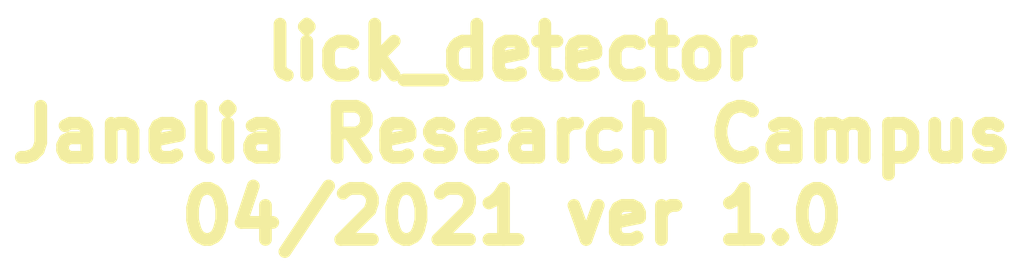
<source format=kicad_pcb>
(kicad_pcb (version 20171130) (host pcbnew 5.1.6)

  (general
    (thickness 1.6)
    (drawings 1)
    (tracks 0)
    (zones 0)
    (modules 0)
    (nets 1)
  )

  (page A4)
  (title_block
    (title lick_detector)
    (rev 1.0)
    (company Janelia)
  )

  (layers
    (0 F.Cu signal)
    (31 B.Cu signal)
    (32 B.Adhes user)
    (33 F.Adhes user)
    (34 B.Paste user)
    (35 F.Paste user)
    (36 B.SilkS user)
    (37 F.SilkS user)
    (38 B.Mask user)
    (39 F.Mask user)
    (40 Dwgs.User user)
    (41 Cmts.User user)
    (42 Eco1.User user)
    (43 Eco2.User user)
    (44 Edge.Cuts user)
    (45 Margin user)
    (46 B.CrtYd user)
    (47 F.CrtYd user)
    (48 B.Fab user)
    (49 F.Fab user)
  )

  (setup
    (last_trace_width 0.25)
    (trace_clearance 0.2)
    (zone_clearance 0.2032)
    (zone_45_only no)
    (trace_min 0.2)
    (via_size 0.8)
    (via_drill 0.4)
    (via_min_size 0.4)
    (via_min_drill 0.3)
    (uvia_size 0.3)
    (uvia_drill 0.1)
    (uvias_allowed no)
    (uvia_min_size 0.2)
    (uvia_min_drill 0.1)
    (edge_width 0.05)
    (segment_width 0.2)
    (pcb_text_width 0.3)
    (pcb_text_size 1.5 1.5)
    (mod_edge_width 0.2794)
    (mod_text_size 1.016 1.016)
    (mod_text_width 0.254)
    (pad_size 1.524 1.524)
    (pad_drill 0.762)
    (pad_to_mask_clearance 0)
    (aux_axis_origin 0 0)
    (visible_elements FFFFFF7F)
    (pcbplotparams
      (layerselection 0x010fc_ffffffff)
      (usegerberextensions true)
      (usegerberattributes true)
      (usegerberadvancedattributes true)
      (creategerberjobfile true)
      (excludeedgelayer true)
      (linewidth 0.100000)
      (plotframeref false)
      (viasonmask false)
      (mode 1)
      (useauxorigin false)
      (hpglpennumber 1)
      (hpglpenspeed 20)
      (hpglpendiameter 15.000000)
      (psnegative false)
      (psa4output false)
      (plotreference true)
      (plotvalue true)
      (plotinvisibletext false)
      (padsonsilk false)
      (subtractmaskfromsilk true)
      (outputformat 1)
      (mirror false)
      (drillshape 0)
      (scaleselection 1)
      (outputdirectory "./gerbers/"))
  )

  (net 0 "")

  (net_class Default "This is the default net class."
    (clearance 0.2)
    (trace_width 0.25)
    (via_dia 0.8)
    (via_drill 0.4)
    (uvia_dia 0.3)
    (uvia_drill 0.1)
  )

  (net_class POWER ""
    (clearance 0.1016)
    (trace_width 0.4064)
    (via_dia 0.889)
    (via_drill 0.635)
    (uvia_dia 0.508)
    (uvia_drill 0.127)
    (diff_pair_width 0.254)
    (diff_pair_gap 0.254)
  )

  (gr_text "lick_detector\nJanelia Research Campus\n04/2021 ver 1.0" (at 127 127) (layer F.SilkS)
    (effects (font (size 1.397 1.397) (thickness 0.34925)))
  )

)

</source>
